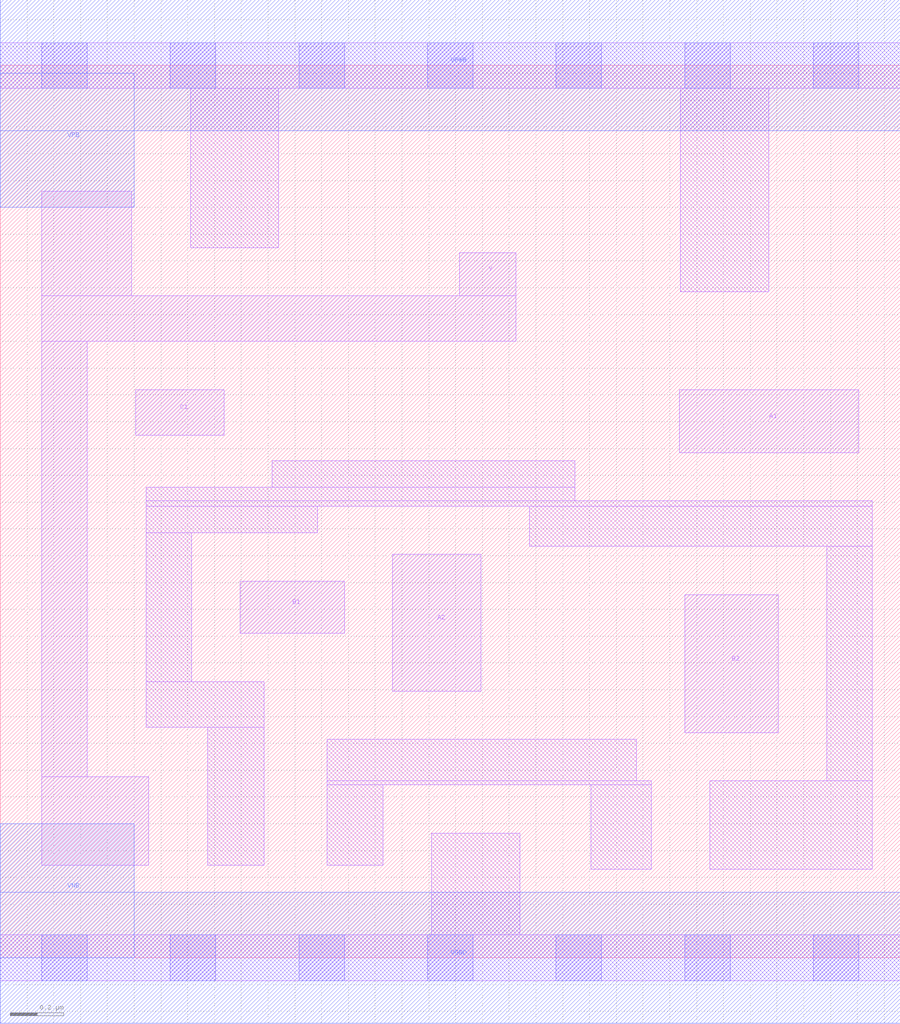
<source format=lef>
# Copyright 2020 The SkyWater PDK Authors
#
# Licensed under the Apache License, Version 2.0 (the "License");
# you may not use this file except in compliance with the License.
# You may obtain a copy of the License at
#
#     https://www.apache.org/licenses/LICENSE-2.0
#
# Unless required by applicable law or agreed to in writing, software
# distributed under the License is distributed on an "AS IS" BASIS,
# WITHOUT WARRANTIES OR CONDITIONS OF ANY KIND, either express or implied.
# See the License for the specific language governing permissions and
# limitations under the License.
#
# SPDX-License-Identifier: Apache-2.0

VERSION 5.5 ;
NAMESCASESENSITIVE ON ;
BUSBITCHARS "[]" ;
DIVIDERCHAR "/" ;
MACRO sky130_fd_sc_lp__o221ai_m
  CLASS CORE ;
  SOURCE USER ;
  ORIGIN  0.000000  0.000000 ;
  SIZE  3.360000 BY  3.330000 ;
  SYMMETRY X Y R90 ;
  SITE unit ;
  PIN A1
    ANTENNAGATEAREA  0.126000 ;
    DIRECTION INPUT ;
    USE SIGNAL ;
    PORT
      LAYER li1 ;
        RECT 2.535000 1.885000 3.205000 2.120000 ;
    END
  END A1
  PIN A2
    ANTENNAGATEAREA  0.126000 ;
    DIRECTION INPUT ;
    USE SIGNAL ;
    PORT
      LAYER li1 ;
        RECT 1.465000 0.995000 1.795000 1.505000 ;
    END
  END A2
  PIN B1
    ANTENNAGATEAREA  0.126000 ;
    DIRECTION INPUT ;
    USE SIGNAL ;
    PORT
      LAYER li1 ;
        RECT 0.895000 1.210000 1.285000 1.405000 ;
    END
  END B1
  PIN B2
    ANTENNAGATEAREA  0.126000 ;
    DIRECTION INPUT ;
    USE SIGNAL ;
    PORT
      LAYER li1 ;
        RECT 2.555000 0.840000 2.905000 1.355000 ;
    END
  END B2
  PIN C1
    ANTENNAGATEAREA  0.126000 ;
    DIRECTION INPUT ;
    USE SIGNAL ;
    PORT
      LAYER li1 ;
        RECT 0.505000 1.950000 0.835000 2.120000 ;
    END
  END C1
  PIN Y
    ANTENNADIFFAREA  0.441250 ;
    DIRECTION OUTPUT ;
    USE SIGNAL ;
    PORT
      LAYER li1 ;
        RECT 0.155000 0.345000 0.555000 0.675000 ;
        RECT 0.155000 0.675000 0.325000 2.300000 ;
        RECT 0.155000 2.300000 1.925000 2.470000 ;
        RECT 0.155000 2.470000 0.490000 2.860000 ;
        RECT 1.715000 2.470000 1.925000 2.630000 ;
    END
  END Y
  PIN VGND
    DIRECTION INOUT ;
    USE GROUND ;
    PORT
      LAYER met1 ;
        RECT 0.000000 -0.245000 3.360000 0.245000 ;
    END
  END VGND
  PIN VNB
    DIRECTION INOUT ;
    USE GROUND ;
    PORT
      LAYER met1 ;
        RECT 0.000000 0.000000 0.500000 0.500000 ;
    END
  END VNB
  PIN VPB
    DIRECTION INOUT ;
    USE POWER ;
    PORT
      LAYER met1 ;
        RECT 0.000000 2.800000 0.500000 3.300000 ;
    END
  END VPB
  PIN VPWR
    DIRECTION INOUT ;
    USE POWER ;
    PORT
      LAYER met1 ;
        RECT 0.000000 3.085000 3.360000 3.575000 ;
    END
  END VPWR
  OBS
    LAYER li1 ;
      RECT 0.000000 -0.085000 3.360000 0.085000 ;
      RECT 0.000000  3.245000 3.360000 3.415000 ;
      RECT 0.545000  0.860000 0.985000 1.030000 ;
      RECT 0.545000  1.030000 0.715000 1.585000 ;
      RECT 0.545000  1.585000 1.185000 1.685000 ;
      RECT 0.545000  1.685000 3.255000 1.705000 ;
      RECT 0.545000  1.705000 2.145000 1.755000 ;
      RECT 0.710000  2.650000 1.040000 3.245000 ;
      RECT 0.775000  0.345000 0.985000 0.860000 ;
      RECT 1.015000  1.755000 2.145000 1.855000 ;
      RECT 1.220000  0.345000 1.430000 0.645000 ;
      RECT 1.220000  0.645000 2.430000 0.660000 ;
      RECT 1.220000  0.660000 2.375000 0.815000 ;
      RECT 1.610000  0.085000 1.940000 0.465000 ;
      RECT 1.975000  1.535000 3.255000 1.685000 ;
      RECT 2.205000  0.330000 2.430000 0.645000 ;
      RECT 2.540000  2.485000 2.870000 3.245000 ;
      RECT 2.650000  0.330000 3.255000 0.660000 ;
      RECT 3.085000  0.660000 3.255000 1.535000 ;
    LAYER mcon ;
      RECT 0.155000 -0.085000 0.325000 0.085000 ;
      RECT 0.155000  3.245000 0.325000 3.415000 ;
      RECT 0.635000 -0.085000 0.805000 0.085000 ;
      RECT 0.635000  3.245000 0.805000 3.415000 ;
      RECT 1.115000 -0.085000 1.285000 0.085000 ;
      RECT 1.115000  3.245000 1.285000 3.415000 ;
      RECT 1.595000 -0.085000 1.765000 0.085000 ;
      RECT 1.595000  3.245000 1.765000 3.415000 ;
      RECT 2.075000 -0.085000 2.245000 0.085000 ;
      RECT 2.075000  3.245000 2.245000 3.415000 ;
      RECT 2.555000 -0.085000 2.725000 0.085000 ;
      RECT 2.555000  3.245000 2.725000 3.415000 ;
      RECT 3.035000 -0.085000 3.205000 0.085000 ;
      RECT 3.035000  3.245000 3.205000 3.415000 ;
  END
END sky130_fd_sc_lp__o221ai_m

</source>
